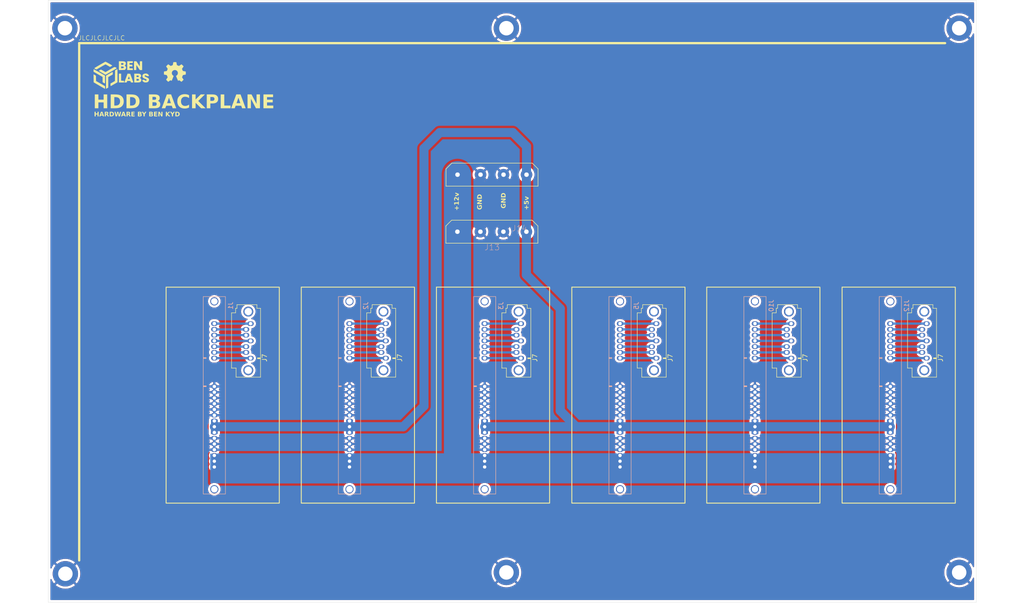
<source format=kicad_pcb>
(kicad_pcb (version 20241229) (generator "pcbnew") (generator_version "9.0")
  (layers (0 "F.Cu" signal) (2 "B.Cu" signal) (13 "F.Paste" user) (15 "B.Paste" user) (5 "F.SilkS" user "F.Silkscreen") (7 "B.SilkS" user "B.Silkscreen") (1 "F.Mask" user) (3 "B.Mask" user) (25 "Edge.Cuts" user))
  (net 0 "")
  (net 1 "GND")
  (net 2 "Net-(J1-A+)")
  (net 3 "Net-(J1-A-)")
  (net 4 "Net-(J1-B-)")
  (net 5 "Net-(J1-GND-Pad4)")
  (net 6 "+5V")
  (net 7 "+12V")
  (net 8 "Net-(J1-GND-Pad1)")
  (net 9 "Net-(J1-B+)")
  (net 10 "Net-(J1-GND-Pad7)")
  (footprint "MountingHole:MountingHole_3.2mm_M3_DIN965_Pad" (layer "F.Cu") (at 223.75 151.5)
    (property "Reference" "REF**" (hide yes))
    (property "Value" "MountingHole_3.2mm_M3_DIN965_Pad")
    (pad "1" thru_hole circle (at 0 0) (size 5.6 5.6) (drill 3.2) (layers "*.Cu" "*.Mask") (net 1 "GND"))
  )
  (footprint "sata:SATA_Data" (layer "F.Cu") (at 156.851141 96.557224 90)
    (property "Reference" "J7" (at -7.56 3.1 90) (layer "F.SilkS"))
    (property "Value" "SATA_DATA_7")
    (pad "" thru_hole circle (at -10.29 -0.5 90) (size 2.2 2.2) (drill 1.6) (layers "*.Cu" "*.Mask"))
    (pad "" thru_hole circle (at 2.67 -0.5 90) (size 2.2 2.2) (drill 1.6) (layers "*.Cu" "*.Mask"))
    (pad "1" thru_hole oval (at 0 0 90) (size 1 1.4) (drill 0.74) (layers "*.Cu" "*.Mask") (net 8 "Net-(J1-GND-Pad1)"))
    (pad "2" thru_hole oval (at -1.27 -1 90) (size 1 1.4) (drill 0.74) (layers "*.Cu" "*.Mask") (net 2 "Net-(J1-A+)"))
    (pad "3" thru_hole oval (at -2.54 -1 90) (size 1 1.4) (drill 0.74) (layers "*.Cu" "*.Mask") (net 3 "Net-(J1-A-)"))
    (pad "4" thru_hole oval (at -3.81 0 90) (size 1 1.4) (drill 0.74) (layers "*.Cu" "*.Mask") (net 5 "Net-(J1-GND-Pad4)"))
    (pad "5" thru_hole oval (at -5.08 -1 90) (size 1 1.4) (drill 0.74) (layers "*.Cu" "*.Mask") (net 4 "Net-(J1-B-)"))
    (pad "6" thru_hole oval (at -6.35 -1 90) (size 1 1.4) (drill 0.74) (layers "*.Cu" "*.Mask") (net 9 "Net-(J1-B+)"))
    (pad "7" thru_hole oval (at -7.62 0 90) (size 1 1.4) (drill 0.74) (layers "*.Cu" "*.Mask") (net 10 "Net-(J1-GND-Pad7)"))
  )
  (footprint "sata:SATA_Data" (layer "F.Cu") (at 186.651141 96.557224 90)
    (property "Reference" "J7" (at -7.56 3.1 90) (layer "F.SilkS"))
    (property "Value" "SATA_DATA_7")
    (pad "" thru_hole circle (at -10.29 -0.5 90) (size 2.2 2.2) (drill 1.6) (layers "*.Cu" "*.Mask"))
    (pad "" thru_hole circle (at 2.67 -0.5 90) (size 2.2 2.2) (drill 1.6) (layers "*.Cu" "*.Mask"))
    (pad "1" thru_hole oval (at 0 0 90) (size 1 1.4) (drill 0.74) (layers "*.Cu" "*.Mask") (net 8 "Net-(J1-GND-Pad1)"))
    (pad "2" thru_hole oval (at -1.27 -1 90) (size 1 1.4) (drill 0.74) (layers "*.Cu" "*.Mask") (net 2 "Net-(J1-A+)"))
    (pad "3" thru_hole oval (at -2.54 -1 90) (size 1 1.4) (drill 0.74) (layers "*.Cu" "*.Mask") (net 3 "Net-(J1-A-)"))
    (pad "4" thru_hole oval (at -3.81 0 90) (size 1 1.4) (drill 0.74) (layers "*.Cu" "*.Mask") (net 5 "Net-(J1-GND-Pad4)"))
    (pad "5" thru_hole oval (at -5.08 -1 90) (size 1 1.4) (drill 0.74) (layers "*.Cu" "*.Mask") (net 4 "Net-(J1-B-)"))
    (pad "6" thru_hole oval (at -6.35 -1 90) (size 1 1.4) (drill 0.74) (layers "*.Cu" "*.Mask") (net 9 "Net-(J1-B+)"))
    (pad "7" thru_hole oval (at -7.62 0 90) (size 1 1.4) (drill 0.74) (layers "*.Cu" "*.Mask") (net 10 "Net-(J1-GND-Pad7)"))
  )
  (footprint "ben-labs:open-hardware" (layer "F.Cu") (at 50.514018 40.997573)
    (property "Reference" "G***" (hide yes))
    (property "Value" "LOGO" (hide yes))
  )
  (footprint "MountingHole:MountingHole_3.2mm_M3_DIN965_Pad" (layer "F.Cu") (at 26.25 31.3)
    (property "Reference" "REF**" (hide yes))
    (property "Value" "MountingHole_3.2mm_M3_DIN965_Pad")
    (pad "1" thru_hole circle (at 0 0) (size 5.6 5.6) (drill 3.2) (layers "*.Cu" "*.Mask") (net 1 "GND"))
  )
  (footprint "MountingHole:MountingHole_3.2mm_M3_DIN965_Pad" (layer "F.Cu") (at 26.35 151.8)
    (property "Reference" "REF**" (hide yes))
    (property "Value" "MountingHole_3.2mm_M3_DIN965_Pad")
    (pad "1" thru_hole circle (at 0 0) (size 5.6 5.6) (drill 3.2) (layers "*.Cu" "*.Mask") (net 1 "GND"))
  )
  (footprint "sata:SATA_Data" (layer "F.Cu") (at 216.551141 96.557224 90)
    (property "Reference" "J7" (at -7.56 3.1 90) (layer "F.SilkS"))
    (property "Value" "SATA_DATA_7")
    (pad "" thru_hole circle (at -10.29 -0.5 90) (size 2.2 2.2) (drill 1.6) (layers "*.Cu" "*.Mask"))
    (pad "" thru_hole circle (at 2.67 -0.5 90) (size 2.2 2.2) (drill 1.6) (layers "*.Cu" "*.Mask"))
    (pad "1" thru_hole oval (at 0 0 90) (size 1 1.4) (drill 0.74) (layers "*.Cu" "*.Mask") (net 8 "Net-(J1-GND-Pad1)"))
    (pad "2" thru_hole oval (at -1.27 -1 90) (size 1 1.4) (drill 0.74) (layers "*.Cu" "*.Mask") (net 2 "Net-(J1-A+)"))
    (pad "3" thru_hole oval (at -2.54 -1 90) (size 1 1.4) (drill 0.74) (layers "*.Cu" "*.Mask") (net 3 "Net-(J1-A-)"))
    (pad "4" thru_hole oval (at -3.81 0 90) (size 1 1.4) (drill 0.74) (layers "*.Cu" "*.Mask") (net 5 "Net-(J1-GND-Pad4)"))
    (pad "5" thru_hole oval (at -5.08 -1 90) (size 1 1.4) (drill 0.74) (layers "*.Cu" "*.Mask") (net 4 "Net-(J1-B-)"))
    (pad "6" thru_hole oval (at -6.35 -1 90) (size 1 1.4) (drill 0.74) (layers "*.Cu" "*.Mask") (net 9 "Net-(J1-B+)"))
    (pad "7" thru_hole oval (at -7.62 0 90) (size 1 1.4) (drill 0.74) (layers "*.Cu" "*.Mask") (net 10 "Net-(J1-GND-Pad7)"))
  )
  (footprint "sata:SATA_Data" (layer "F.Cu") (at 126.951141 96.557224 90)
    (property "Reference" "J7" (at -7.56 3.1 90) (layer "F.SilkS"))
    (property "Value" "SATA_DATA_7")
    (pad "" thru_hole circle (at -10.29 -0.5 90) (size 2.2 2.2) (drill 1.6) (layers "*.Cu" "*.Mask"))
    (pad "" thru_hole circle (at 2.67 -0.5 90) (size 2.2 2.2) (drill 1.6) (layers "*.Cu" "*.Mask"))
    (pad "1" thru_hole oval (at 0 0 90) (size 1 1.4) (drill 0.74) (layers "*.Cu" "*.Mask") (net 8 "Net-(J1-GND-Pad1)"))
    (pad "2" thru_hole oval (at -1.27 -1 90) (size 1 1.4) (drill 0.74) (layers "*.Cu" "*.Mask") (net 2 "Net-(J1-A+)"))
    (pad "3" thru_hole oval (at -2.54 -1 90) (size 1 1.4) (drill 0.74) (layers "*.Cu" "*.Mask") (net 3 "Net-(J1-A-)"))
    (pad "4" thru_hole oval (at -3.81 0 90) (size 1 1.4) (drill 0.74) (layers "*.Cu" "*.Mask") (net 5 "Net-(J1-GND-Pad4)"))
    (pad "5" thru_hole oval (at -5.08 -1 90) (size 1 1.4) (drill 0.74) (layers "*.Cu" "*.Mask") (net 4 "Net-(J1-B-)"))
    (pad "6" thru_hole oval (at -6.35 -1 90) (size 1 1.4) (drill 0.74) (layers "*.Cu" "*.Mask") (net 9 "Net-(J1-B+)"))
    (pad "7" thru_hole oval (at -7.62 0 90) (size 1 1.4) (drill 0.74) (layers "*.Cu" "*.Mask") (net 10 "Net-(J1-GND-Pad7)"))
  )
  (footprint "MountingHole:MountingHole_3.2mm_M3_DIN965_Pad" (layer "F.Cu") (at 123.75 31.3)
    (property "Reference" "REF**" (hide yes))
    (property "Value" "MountingHole_3.2mm_M3_DIN965_Pad")
    (pad "1" thru_hole circle (at 0 0) (size 5.6 5.6) (drill 3.2) (layers "*.Cu" "*.Mask") (net 1 "GND"))
  )
  (footprint "sata:SATA_Data" (layer "F.Cu") (at 67.25 96.56 90)
    (property "Reference" "J7" (at -7.56 3.1 90) (layer "F.SilkS"))
    (property "Value" "SATA_DATA_7")
    (pad "" thru_hole circle (at -10.29 -0.5 90) (size 2.2 2.2) (drill 1.6) (layers "*.Cu" "*.Mask"))
    (pad "" thru_hole circle (at 2.67 -0.5 90) (size 2.2 2.2) (drill 1.6) (layers "*.Cu" "*.Mask"))
    (pad "1" thru_hole oval (at 0 0 90) (size 1 1.4) (drill 0.74) (layers "*.Cu" "*.Mask") (net 8 "Net-(J1-GND-Pad1)"))
    (pad "2" thru_hole oval (at -1.27 -1 90) (size 1 1.4) (drill 0.74) (layers "*.Cu" "*.Mask") (net 2 "Net-(J1-A+)"))
    (pad "3" thru_hole oval (at -2.54 -1 90) (size 1 1.4) (drill 0.74) (layers "*.Cu" "*.Mask") (net 3 "Net-(J1-A-)"))
    (pad "4" thru_hole oval (at -3.81 0 90) (size 1 1.4) (drill 0.74) (layers "*.Cu" "*.Mask") (net 5 "Net-(J1-GND-Pad4)"))
    (pad "5" thru_hole oval (at -5.08 -1 90) (size 1 1.4) (drill 0.74) (layers "*.Cu" "*.Mask") (net 4 "Net-(J1-B-)"))
    (pad "6" thru_hole oval (at -6.35 -1 90) (size 1 1.4) (drill 0.74) (layers "*.Cu" "*.Mask") (net 9 "Net-(J1-B+)"))
    (pad "7" thru_hole oval (at -7.62 0 90) (size 1 1.4) (drill 0.74) (layers "*.Cu" "*.Mask") (net 10 "Net-(J1-GND-Pad7)"))
  )
  (footprint "MountingHole:MountingHole_3.2mm_M3_DIN965_Pad" (layer "F.Cu") (at 223.75 31.3)
    (property "Reference" "REF**" (hide yes))
    (property "Value" "MountingHole_3.2mm_M3_DIN965_Pad")
    (pad "1" thru_hole circle (at 0 0) (size 5.6 5.6) (drill 3.2) (layers "*.Cu" "*.Mask") (net 1 "GND"))
  )
  (footprint "xess:xess-MOLEX-8981-04P" (layer "F.Cu") (at 120.58 63.65 180)
    (property "Reference" "J14" (at -6.07314 -11.85418 0) (layer "B.SilkS") (effects (font (size 1.27 1.27) (thickness 0.0889))))
    (property "Value" "Conn_01x04_Pin" (hide yes))
    (pad "1" thru_hole circle (at -7.62 0 180) (size 2.54 2.54) (drill 0.9906) (layers "*.Cu" "*.Mask") (net 6 "+5V"))
    (pad "2" thru_hole circle (at -2.54 0 180) (size 2.54 2.54) (drill 0.9906) (layers "*.Cu" "*.Mask") (net 1 "GND"))
    (pad "3" thru_hole circle (at 2.54 0 180) (size 2.54 2.54) (drill 0.9906) (layers "*.Cu" "*.Mask") (net 1 "GND"))
    (pad "4" thru_hole circle (at 7.62 0 180) (size 2.54 2.54) (drill 0.9906) (layers "*.Cu" "*.Mask") (net 7 "+12V"))
  )
  (footprint "MountingHole:MountingHole_3.2mm_M3_DIN965_Pad" (layer "F.Cu") (at 123.75 151.5)
    (property "Reference" "REF**" (hide yes))
    (property "Value" "MountingHole_3.2mm_M3_DIN965_Pad")
    (pad "1" thru_hole circle (at 0 0) (size 5.6 5.6) (drill 3.2) (layers "*.Cu" "*.Mask") (net 1 "GND"))
  )
  (footprint "sata:SATA_Data" (layer "F.Cu") (at 97.101141 96.557224 90)
    (property "Reference" "J7" (at -7.56 3.1 90) (layer "F.SilkS"))
    (property "Value" "SATA_DATA_7")
    (pad "" thru_hole circle (at -10.29 -0.5 90) (size 2.2 2.2) (drill 1.6) (layers "*.Cu" "*.Mask"))
    (pad "" thru_hole circle (at 2.67 -0.5 90) (size 2.2 2.2) (drill 1.6) (layers "*.Cu" "*.Mask"))
    (pad "1" thru_hole oval (at 0 0 90) (size 1 1.4) (drill 0.74) (layers "*.Cu" "*.Mask") (net 8 "Net-(J1-GND-Pad1)"))
    (pad "2" thru_hole oval (at -1.27 -1 90) (size 1 1.4) (drill 0.74) (layers "*.Cu" "*.Mask") (net 2 "Net-(J1-A+)"))
    (pad "3" thru_hole oval (at -2.54 -1 90) (size 1 1.4) (drill 0.74) (layers "*.Cu" "*.Mask") (net 3 "Net-(J1-A-)"))
    (pad "4" thru_hole oval (at -3.81 0 90) (size 1 1.4) (drill 0.74) (layers "*.Cu" "*.Mask") (net 5 "Net-(J1-GND-Pad4)"))
    (pad "5" thru_hole oval (at -5.08 -1 90) (size 1 1.4) (drill 0.74) (layers "*.Cu" "*.Mask") (net 4 "Net-(J1-B-)"))
    (pad "6" thru_hole oval (at -6.35 -1 90) (size 1 1.4) (drill 0.74) (layers "*.Cu" "*.Mask") (net 9 "Net-(J1-B+)"))
    (pad "7" thru_hole oval (at -7.62 0 90) (size 1 1.4) (drill 0.74) (layers "*.Cu" "*.Mask") (net 10 "Net-(J1-GND-Pad7)"))
  )
  (footprint "ben-labs:ben-labs" (layer "F.Cu") (at 38.464018 41.297573)
    (property "Reference" "G***" (hide yes))
    (property "Value" "LOGO" (hide yes))
  )
  (footprint "xess:xess-MOLEX-8981-04P" (layer "F.Cu") (at 120.55 76.25 180)
    (property "Reference" "J13" (at -0.05 -3.45 0) (layer "B.SilkS") (effects (font (size 1.27 1.27) (thickness 0.0889))))
    (property "Value" "Conn_01x04_Pin" (hide yes))
    (pad "1" thru_hole circle (at -7.62 0 180) (size 2.54 2.54) (drill 0.9906) (layers "*.Cu" "*.Mask") (net 6 "+5V"))
    (pad "2" thru_hole circle (at -2.54 0 180) (size 2.54 2.54) (drill 0.9906) (layers "*.Cu" "*.Mask") (net 1 "GND"))
    (pad "3" thru_hole circle (at 2.54 0 180) (size 2.54 2.54) (drill 0.9906) (layers "*.Cu" "*.Mask") (net 1 "GND"))
    (pad "4" thru_hole circle (at 7.62 0 180) (size 2.54 2.54) (drill 0.9906) (layers "*.Cu" "*.Mask") (net 7 "+12V"))
  )
  (footprint "sata:SATA_Combined" (layer "B.Cu") (at 148.851141 96.547224 -90)
    (property "Reference" "J5" (at -3.96 -3.6 90) (layer "B.SilkS") (effects (justify mirror)))
    (property "Value" "SATA_COMBINED_22")
    (pad "" thru_hole circle (at -4.92 0 90) (size 1.8 1.8) (drill 1.4) (layers "*.Cu" "*.Mask"))
    (pad "" thru_hole circle (at 36.58 0 90) (size 1.8 1.8) (drill 1.4) (layers "*.Cu" "*.Mask"))
    (pad "1" thru_hole oval (at 0 0 90) (size 1 1.4) (drill 0.74) (layers "*.Cu" "*.Mask") (net 8 "Net-(J1-GND-Pad1)"))
    (pad "2" thru_hole oval (at 1.27 0 90) (size 1 1.4) (drill 0.74) (layers "*.Cu" "*.Mask") (net 2 "Net-(J1-A+)"))
    (pad "3" thru_hole oval (at 2.54 0 90) (size 1 1.4) (drill 0.74) (layers "*.Cu" "*.Mask") (net 3 "Net-(J1-A-)"))
    (pad "4" thru_hole oval (at 3.81 0 90) (size 1 1.4) (drill 0.74) (layers "*.Cu" "*.Mask") (net 5 "Net-(J1-GND-Pad4)"))
    (pad "5" thru_hole oval (at 5.08 0 90) (size 1 1.4) (drill 0.74) (layers "*.Cu" "*.Mask") (net 4 "Net-(J1-B-)"))
    (pad "6" thru_hole oval (at 6.35 0 90) (size 1 1.4) (drill 0.74) (layers "*.Cu" "*.Mask") (net 9 "Net-(J1-B+)"))
    (pad "7" thru_hole oval (at 7.62 0 90) (size 1 1.4) (drill 0.74) (layers "*.Cu" "*.Mask") (net 10 "Net-(J1-GND-Pad7)"))
    (pad "8" thru_hole oval (at 13.88 0 90) (size 1 1.4) (drill 0.74) (layers "*.Cu" "*.Mask") (net 1 "GND"))
    (pad "9" thru_hole oval (at 15.15 0 90) (size 1 1.4) (drill 0.74) (layers "*.Cu" "*.Mask") (net 1 "GND"))
    (pad "10" thru_hole oval (at 16.42 0 90) (size 1 1.4) (drill 0.74) (layers "*.Cu" "*.Mask") (net 1 "GND"))
    (pad "11" thru_hole oval (at 17.69 0 90) (size 1 1.4) (drill 0.74) (layers "*.Cu" "*.Mask") (net 1 "GND"))
    (pad "12" thru_hole oval (at 18.96 0 90) (size 1 1.4) (drill 0.74) (layers "*.Cu" "*.Mask") (net 1 "GND"))
    (pad "13" thru_hole oval (at 20.23 0 90) (size 1 1.4) (drill 0.74) (layers "*.Cu" "*.Mask") (net 1 "GND"))
    (pad "14" thru_hole oval (at 21.5 0 90) (size 1 1.4) (drill 0.74) (layers "*.Cu" "*.Mask") (net 6 "+5V"))
    (pad "15" thru_hole oval (at 22.77 0 90) (size 1 1.4) (drill 0.74) (layers "*.Cu" "*.Mask") (net 6 "+5V"))
    (pad "16" thru_hole oval (at 24.04 0 90) (size 1 1.4) (drill 0.74) (layers "*.Cu" "*.Mask") (net 6 "+5V"))
    (pad "17" thru_hole oval (at 25.31 0 90) (size 1 1.4) (drill 0.74) (layers "*.Cu" "*.Mask") (net 1 "GND"))
    (pad "18" thru_hole oval (at 26.58 0 90) (size 1 1.4) (drill 0.74) (layers "*.Cu" "*.Mask") (net 1 "GND"))
    (pad "19" thru_hole oval (at 27.85 0 90) (size 1 1.4) (drill 0.74) (layers "*.Cu" "*.Mask") (net 1 "GND"))
    (pad "20" thru_hole oval (at 29.12 0 90) (size 1 1.4) (drill 0.74) (layers "*.Cu" "*.Mask") (net 7 "+12V"))
    (pad "21" thru_hole oval (at 30.39 0 90) (size 1 1.4) (drill 0.74) (layers "*.Cu" "*.Mask") (net 7 "+12V"))
    (pad "22" thru_hole oval (at 31.66 0 90) (size 1 1.4) (drill 0.74) (layers "*.Cu" "*.Mask") (net 7 "+12V"))
  )
  (footprint "sata:SATA_Combined" (layer "B.Cu") (at 59.25 96.55 -90)
    (property "Reference" "J1" (at -3.96 -3.6 90) (layer "B.SilkS") (effects (justify mirror)))
    (property "Value" "SATA_COMBINED_22")
    (pad "" thru_hole circle (at -4.92 0 90) (size 1.8 1.8) (drill 1.4) (layers "*.Cu" "*.Mask"))
    (pad "" thru_hole circle (at 36.58 0 90) (size 1.8 1.8) (drill 1.4) (layers "*.Cu" "*.Mask"))
    (pad "1" thru_hole oval (at 0 0 90) (size 1 1.4) (drill 0.74) (layers "*.Cu" "*.Mask") (net 8 "Net-(J1-GND-Pad1)"))
    (pad "2" thru_hole oval (at 1.27 0 90) (size 1 1.4) (drill 0.74) (layers "*.Cu" "*.Mask") (net 2 "Net-(J1-A+)"))
    (pad "3" thru_hole oval (at 2.54 0 90) (size 1 1.4) (drill 0.74) (layers "*.Cu" "*.Mask") (net 3 "Net-(J1-A-)"))
    (pad "4" thru_hole oval (at 3.81 0 90) (size 1 1.4) (drill 0.74) (layers "*.Cu" "*.Mask") (net 5 "Net-(J1-GND-Pad4)"))
    (pad "5" thru_hole oval (at 5.08 0 90) (size 1 1.4) (drill 0.74) (layers "*.Cu" "*.Mask") (net 4 "Net-(J1-B-)"))
    (pad "6" thru_hole oval (at 6.35 0 90) (size 1 1.4) (drill 0.74) (layers "*.Cu" "*.Mask") (net 9 "Net-(J1-B+)"))
    (pad "7" thru_hole oval (at 7.62 0 90) (size 1 1.4) (drill 0.74) (layers "*.Cu" "*.Mask") (net 10 "Net-(J1-GND-Pad7)"))
    (pad "8" thru_hole oval (at 13.88 0 90) (size 1 1.4) (drill 0.74) (layers "*.Cu" "*.Mask") (net 1 "GND"))
    (pad "9" thru_hole oval (at 15.15 0 90) (size 1 1.4) (drill 0.74) (layers "*.Cu" "*.Mask") (net 1 "GND"))
    (pad "10" thru_hole oval (at 16.42 0 90) (size 1 1.4) (drill 0.74) (layers "*.Cu" "*.Mask") (net 1 "GND"))
    (pad "11" thru_hole oval (at 17.69 0 90) (size 1 1.4) (drill 0.74) (layers "*.Cu" "*.Mask") (net 1 "GND"))
    (pad "12" thru_hole oval (at 18.96 0 90) (size 1 1.4) (drill 0.74) (layers "*.Cu" "*.Mask") (net 1 "GND"))
    (pad "13" thru_hole oval (at 20.23 0 90) (size 1 1.4) (drill 0.74) (layers "*.Cu" "*.Mask") (net 1 "GND"))
    (pad "14" thru_hole oval (at 21.5 0 90) (size 1 1.4) (drill 0.74) (layers "*.Cu" "*.Mask") (net 6 "+5V"))
    (pad "15" thru_hole oval (at 22.77 0 90) (size 1 1.4) (drill 0.74) (layers "*.Cu" "*.Mask") (net 6 "+5V"))
    (pad "16" thru_hole oval (at 24.04 0 90) (size 1 1.4) (drill 0.74) (layers "*.Cu" "*.Mask") (net 6 "+5V"))
    (pad "17" thru_hole oval (at 25.31 0 90) (size 1 1.4) (drill 0.74) (layers "*.Cu" "*.Mask") (net 1 "GND"))
    (pad "18" thru_hole oval (at 26.58 0 90) (size 1 1.4) (drill 0.74) (layers "*.Cu" "*.Mask") (net 1 "GND"))
    (pad "19" thru_hole oval (at 27.85 0 90) (size 1 1.4) (drill 0.74) (layers "*.Cu" "*.Mask") (net 1 "GND"))
    (pad "20" thru_hole oval (at 29.12 0 90) (size 1 1.4) (drill 0.74) (layers "*.Cu" "*.Mask") (net 7 "+12V"))
    (pad "21" thru_hole oval (at 30.39 0 90) (size 1 1.4) (drill 0.74) (layers "*.Cu" "*.Mask") (net 7 "+12V"))
    (pad "22" thru_hole oval (at 31.66 0 90) (size 1 1.4) (drill 0.74) (layers "*.Cu" "*.Mask") (net 7 "+12V"))
  )
  (footprint "sata:SATA_Combined" (layer "B.Cu") (at 118.951141 96.547224 -90)
    (property "Reference" "J3" (at -3.96 -3.6 90) (layer "B.SilkS") (effects (justify mirror)))
    (property "Value" "SATA_COMBINED_22")
    (pad "" thru_hole circle (at -4.92 0 90) (size 1.8 1.8) (drill 1.4) (layers "*.Cu" "*.Mask"))
    (pad "" thru_hole circle (at 36.58 0 90) (size 1.8 1.8) (drill 1.4) (layers "*.Cu" "*.Mask"))
    (pad "1" thru_hole oval (at 0 0 90) (size 1 1.4) (drill 0.74) (layers "*.Cu" "*.Mask") (net 8 "Net-(J1-GND-Pad1)"))
    (pad "2" thru_hole oval (at 1.27 0 90) (size 1 1.4) (drill 0.74) (layers "*.Cu" "*.Mask") (net 2 "Net-(J1-A+)"))
    (pad "3" thru_hole oval (at 2.54 0 90) (size 1 1.4) (drill 0.74) (layers "*.Cu" "*.Mask") (net 3 "Net-(J1-A-)"))
    (pad "4" thru_hole oval (at 3.81 0 90) (size 1 1.4) (drill 0.74) (layers "*.Cu" "*.Mask") (net 5 "Net-(J1-GND-Pad4)"))
    (pad "5" thru_hole oval (at 5.08 0 90) (size 1 1.4) (drill 0.74) (layers "*.Cu" "*.Mask") (net 4 "Net-(J1-B-)"))
    (pad "6" thru_hole oval (at 6.35 0 90) (size 1 1.4) (drill 0.74) (layers "*.Cu" "*.Mask") (net 9 "Net-(J1-B+)"))
    (pad "7" thru_hole oval (at 7.62 0 90) (size 1 1.4) (drill 0.74) (layers "*.Cu" "*.Mask") (net 10 "Net-(J1-GND-Pad7)"))
    (pad "8" thru_hole oval (at 13.88 0 90) (size 1 1.4) (drill 0.74) (layers "*.Cu" "*.Mask") (net 1 "GND"))
    (pad "9" thru_hole oval (at 15.15 0 90) (size 1 1.4) (drill 0.74) (layers "*.Cu" "*.Mask") (net 1 "GND"))
    (pad "10" thru_hole oval (at 16.42 0 90) (size 1 1.4) (drill 0.74) (layers "*.Cu" "*.Mask") (net 1 "GND"))
    (pad "11" thru_hole oval (at 17.69 0 90) (size 1 1.4) (drill 0.74) (layers "*.Cu" "*.Mask") (net 1 "GND"))
    (pad "12" thru_hole oval (at 18.96 0 90) (size 1 1.4) (drill 0.74) (layers "*.Cu" "*.Mask") (net 1 "GND"))
    (pad "13" thru_hole oval (at 20.23 0 90) (size 1 1.4) (drill 0.74) (layers "*.Cu" "*.Mask") (net 1 "GND"))
    (pad "14" thru_hole oval (at 21.5 0 90) (size 1 1.4) (drill 0.74) (layers "*.Cu" "*.Mask") (net 6 "+5V"))
    (pad "15" thru_hole oval (at 22.77 0 90) (size 1 1.4) (drill 0.74) (layers "*.Cu" "*.Mask") (net 6 "+5V"))
    (pad "16" thru_hole oval (at 24.04 0 90) (size 1 1.4) (drill 0.74) (layers "*.Cu" "*.Mask") (net 6 "+5V"))
    (pad "17" thru_hole oval (at 25.31 0 90) (size 1 1.4) (drill 0.74) (layers "*.Cu" "*.Mask") (net 1 "GND"))
    (pad "18" thru_hole oval (at 26.58 0 90) (size 1 1.4) (drill 0.74) (layers "*.Cu" "*.Mask") (net 1 "GND"))
    (pad "19" thru_hole oval (at 27.85 0 90) (size 1 1.4) (drill 0.74) (layers "*.Cu" "*.Mask") (net 1 "GND"))
    (pad "20" thru_hole oval (at 29.12 0 90) (size 1 1.4) (drill 0.74) (layers "*.Cu" "*.Mask") (net 7 "+12V"))
    (pad "21" thru_hole oval (at 30.39 0 90) (size 1 1.4) (drill 0.74) (layers "*.Cu" "*.Mask") (net 7 "+12V"))
    (pad "22" thru_hole oval (at 31.66 0 90) (size 1 1.4) (drill 0.74) (layers "*.Cu" "*.Mask") (net 7 "+12V"))
  )
  (footprint "sata:SATA_Combined" (layer "B.Cu") (at 178.651141 96.547224 -90)
    (property "Reference" "J10" (at -3.96 -3.6 90) (layer "B.SilkS") (effects (justify mirror)))
    (property "Value" "SATA_COMBINED_22")
    (pad "" thru_hole circle (at -4.92 0 90) (size 1.8 1.8) (drill 1.4) (layers "*.Cu" "*.Mask"))
    (pad "" thru_hole circle (at 36.58 0 90) (size 1.8 1.8) (drill 1.4) (layers "*.Cu" "*.Mask"))
    (pad "1" thru_hole oval (at 0 0 90) (size 1 1.4) (drill 0.74) (layers "*.Cu" "*.Mask") (net 8 "Net-(J1-GND-Pad1)"))
    (pad "2" thru_hole oval (at 1.27 0 90) (size 1 1.4) (drill 0.74) (layers "*.Cu" "*.Mask") (net 2 "Net-(J1-A+)"))
    (pad "3" thru_hole oval (at 2.54 0 90) (size 1 1.4) (drill 0.74) (layers "*.Cu" "*.Mask") (net 3 "Net-(J1-A-)"))
    (pad "4" thru_hole oval (at 3.81 0 90) (size 1 1.4) (drill 0.74) (layers "*.Cu" "*.Mask") (net 5 "Net-(J1-GND-Pad4)"))
    (pad "5" thru_hole oval (at 5.08 0 90) (size 1 1.4) (drill 0.74) (layers "*.Cu" "*.Mask") (net 4 "Net-(J1-B-)"))
    (pad "6" thru_hole oval (at 6.35 0 90) (size 1 1.4) (drill 0.74) (layers "*.Cu" "*.Mask") (net 9 "Net-(J1-B+)"))
    (pad "7" thru_hole oval (at 7.62 0 90) (size 1 1.4) (drill 0.74) (layers "*.Cu" "*.Mask") (net 10 "Net-(J1-GND-Pad7)"))
    (pad "8" thru_hole oval (at 13.88 0 90) (size 1 1.4) (drill 0.74) (layers "*.Cu" "*.Mask") (net 1 "GND"))
    (pad "9" thru_hole oval (at 15.15 0 90) (size 1 1.4) (drill 0.74) (layers "*.Cu" "*.Mask") (net 1 "GND"))
    (pad "10" thru_hole oval (at 16.42 0 90) (size 1 1.4) (drill 0.74) (layers "*.Cu" "*.Mask") (net 1 "GND"))
    (pad "11" thru_hole oval (at 17.69 0 90) (size 1 1.4) (drill 0.74) (layers "*.Cu" "*.Mask") (net 1 "GND"))
    (pad "12" thru_hole oval (at 18.96 0 90) (size 1 1.4) (drill 0.74) (layers "*.Cu" "*.Mask") (net 1 "GND"))
    (pad "13" thru_hole oval (at 20.23 0 90) (size 1 1.4) (drill 0.74) (layers "*.Cu" "*.Mask") (net 1 "GND"))
    (pad "14" thru_hole oval (at 21.5 0 90) (size 1 1.4) (drill 0.74) (layers "*.Cu" "*.Mask") (net 6 "+5V"))
    (pad "15" thru_hole oval (at 22.77 0 90) (size 1 1.4) (drill 0.74) (layers "*.Cu" "*.Mask") (net 6 "+5V"))
    (pad "16" thru_hole oval (at 24.04 0 90) (size 1 1.4) (drill 0.74) (layers "*.Cu" "*.Mask") (net 6 "+5V"))
    (pad "17" thru_hole oval (at 25.31 0 90) (size 1 1.4) (drill 0.74) (layers "*.Cu" "*.Mask") (net 1 "GND"))
    (pad "18" thru_hole oval (at 26.58 0 90) (size 1 1.4) (drill 0.74) (layers "*.Cu" "*.Mask") (net 1 "GND"))
    (pad "19" thru_hole oval (at 27.85 0 90) (size 1 1.4) (drill 0.74) (layers "*.Cu" "*.Mask") (net 1 "GND"))
    (pad "20" thru_hole oval (at 29.12 0 90) (size 1 1.4) (drill 0.74) (layers "*.Cu" "*.Mask") (net 7 "+12V"))
    (pad "21" thru_hole oval (at 30.39 0 90) (size 1 1.4) (drill 0.74) (layers "*.Cu" "*.Mask") (net 7 "+12V"))
    (pad "22" thru_hole oval (at 31.66 0 90) (size 1 1.4) (drill 0.74) (layers "*.Cu" "*.Mask") (net 7 "+12V"))
  )
  (footprint "sata:SATA_Combined" (layer "B.Cu") (at 208.551141 96.547224 -90)
    (property "Reference" "J12" (at -3.96 -3.6 90) (layer "B.SilkS") (effects (justify mirror)))
    (property "Value" "SATA_COMBINED_22")
    (pad "" thru_hole circle (at -4.92 0 90) (size 1.8 1.8) (drill 1.4) (layers "*.Cu" "*.Mask"))
    (pad "" thru_hole circle (at 36.58 0 90) (size 1.8 1.8) (drill 1.4) (layers "*.Cu" "*.Mask"))
    (pad "1" thru_hole oval (at 0 0 90) (size 1 1.4) (drill 0.74) (layers "*.Cu" "*.Mask") (net 8 "Net-(J1-GND-Pad1)"))
    (pad "2" thru_hole oval (at 1.27 0 90) (size 1 1.4) (drill 0.74) (layers "*.Cu" "*.Mask") (net 2 "Net-(J1-A+)"))
    (pad "3" thru_hole oval (at 2.54 0 90) (size 1 1.4) (drill 0.74) (layers "*.Cu" "*.Mask") (net 3 "Net-(J1-A-)"))
    (pad "4" thru_hole oval (at 3.81 0 90) (size 1 1.4) (drill 0.74) (layers "*.Cu" "*.Mask") (net 5 "Net-(J1-GND-Pad4)"))
    (pad "5" thru_hole oval (at 5.08 0 90) (size 1 1.4) (drill 0.74) (layers "*.Cu" "*.Mask") (net 4 "Net-(J1-B-)"))
    (pad "6" thru_hole oval (at 6.35 0 90) (size 1 1.4) (drill 0.74) (layers "*.Cu" "*.Mask") (net 9 "Net-(J1-B+)"))
    (pad "7" thru_hole oval (at 7.62 0 90) (size 1 1.4) (drill 0.74) (layers "*.Cu" "*.Mask") (net 10 "Net-(J1-GND-Pad7)"))
    (pad "8" thru_hole oval (at 13.88 0 90) (size 1 1.4) (drill 0.74) (layers "*.Cu" "*.Mask") (net 1 "GND"))
    (pad "9" thru_hole oval (at 15.15 0 90) (size 1 1.4) (drill 0.74) (layers "*.Cu" "*.Mask") (net 1 "GND"))
    (pad "10" thru_hole oval (at 16.42 0 90) (size 1 1.4) (drill 0.74) (layers "*.Cu" "*.Mask") (net 1 "GND"))
    (pad "11" thru_hole oval (at 17.69 0 90) (size 1 1.4) (drill 0.74) (layers "*.Cu" "*.Mask") (net 1 "GND"))
    (pad "12" thru_hole oval (at 18.96 0 90) (size 1 1.4) (drill 0.74) (layers "*.Cu" "*.Mask") (net 1 "GND"))
    (pad "13" thru_hole oval (at 20.23 0 90) (size 1 1.4) (drill 0.74) (layers "*.Cu" "*.Mask") (net 1 "GND"))
    (pad "14" thru_hole oval (at 21.5 0 90) (size 1 1.4) (drill 0.74) (layers "*.Cu" "*.Mask") (net 6 "+5V"))
    (pad "15" thru_hole oval (at 22.77 0 90) (size 1 1.4) (drill 0.74) (layers "*.Cu" "*.Mask") (net 6 "+5V"))
    (pad "16" thru_hole oval (at 24.04 0 90) (size 1 1.4) (drill 0.74) (layers "*.Cu" "*.Mask") (net 6 "+5V"))
    (pad "17" thru_hole oval (at 25.31 0 90) (size 1 1.4) (drill 0.74) (layers "*.Cu" "*.Mask") (net 1 "GND"))
    (pad "18" thru_hole oval (at 26.58 0 90) (size 1 1.4) (drill 0.74) (layers "*.Cu" "*.Mask") (net 1 "GND"))
    (pad "19" thru_hole oval (at 27.85 0 90) (size 1 1.4) (drill 0.74) (layers "*.Cu" "*.Mask") (net 1 "GND"))
    (pad "20" thru_hole oval (at 29.12 0 90) (size 1 1.4) (drill 0.74) (layers "*.Cu" "*.Mask") (net 7 "+12V"))
    (pad "21" thru_hole oval (at 30.39 0 90) (size 1 1.4) (drill 0.74) (layers "*.Cu" "*.Mask") (net 7 "+12V"))
    (pad "22" thru_hole oval (at 31.66 0 90) (size 1 1.4) (drill 0.74) (layers "*.Cu" "*.Mask") (net 7 "+12V"))
  )
  (footprint "sata:SATA_Combined" (layer "B.Cu") (at 89.101141 96.547224 -90)
    (property "Reference" "J2" (at -3.96 -3.6 90) (layer "B.SilkS") (effects (justify mirror)))
    (property "Value" "SATA_COMBINED_22")
    (pad "" thru_hole circle (at -4.92 0 90) (size 1.8 1.8) (drill 1.4) (layers "*.Cu" "*.Mask"))
    (pad "" thru_hole circle (at 36.58 0 90) (size 1.8 1.8) (drill 1.4) (layers "*.Cu" "*.Mask"))
    (pad "1" thru_hole oval (at 0 0 90) (size 1 1.4) (drill 0.74) (layers "*.Cu" "*.Mask") (net 8 "Net-(J1-GND-Pad1)"))
    (pad "2" thru_hole oval (at 1.27 0 90) (size 1 1.4) (drill 0.74) (layers "*.Cu" "*.Mask") (net 2 "Net-(J1-A+)"))
    (pad "3" thru_hole oval (at 2.54 0 90) (size 1 1.4) (drill 0.74) (layers "*.Cu" "*.Mask") (net 3 "Net-(J1-A-)"))
    (pad "4" thru_hole oval (at 3.81 0 90) (size 1 1.4) (drill 0.74) (layers "*.Cu" "*.Mask") (net 5 "Net-(J1-GND-Pad4)"))
    (pad "5" thru_hole oval (at 5.08 0 90) (size 1 1.4) (drill 0.74) (layers "*.Cu" "*.Mask") (net 4 "Net-(J1-B-)"))
    (pad "6" thru_hole oval (at 6.35 0 90) (size 1 1.4) (drill 0.74) (layers "*.Cu" "*.Mask") (net 9 "Net-(J1-B+)"))
    (pad "7" thru_hole oval (at 7.62 0 90) (size 1 1.4) (drill 0.74) (layers "*.Cu" "*.Mask") (net 10 "Net-(J1-GND-Pad7)"))
    (pad "8" thru_hole oval (at 13.88 0 90) (size 1 1.4) (drill 0.74) (layers "*.Cu" "*.Mask") (net 1 "GND"))
    (pad "9" thru_hole oval (at 15.15 0 90) (size 1 1.4) (drill 0.74) (layers "*.Cu" "*.Mask") (net 1 "GND"))
    (pad "10" thru_hole oval (at 16.42 0 90) (size 1 1.4) (drill 0.74) (layers "*.Cu" "*.Mask") (net 1 "GND"))
    (pad "11" thru_hole oval (at 17.69 0 90) (size 1 1.4) (drill 0.74) (layers "*.Cu" "*.Mask") (net 1 "GND"))
    (pad "12" thru_hole oval (at 18.96 0 90) (size 1 1.4) (drill 0.74) (layers "*.Cu" "*.Mask") (net 1 "GND"))
    (pad "13" thru_hole oval (at 20.23 0 90) (size 1 1.4) (drill 0.74) (layers "*.Cu" "*.Mask") (net 1 "GND"))
    (pad "14" thru_hole oval (at 21.5 0 90) (size 1 1.4) (drill 0.74) (layers "*.Cu" "*.Mask") (net 6 "+5V"))
    (pad "15" thru_hole oval (at 22.77 0 90) (size 1 1.4) (drill 0.74) (layers "*.Cu" "*.Mask") (net 6 "+5V"))
    (pad "16" thru_hole oval (at 24.04 0 90) (size 1 1.4) (drill 0.74) (layers "*.Cu" "*.Mask") (net 6 "+5V"))
    (pad "17" thru_hole oval (at 25.31 0 90) (size 1 1.4) (drill 0.74) (layers "*.Cu" "*.Mask") (net 1 "GND"))
    (pad "18" thru_hole oval (at 26.58 0 90) (size 1 1.4) (drill 0.74) (layers "*.Cu" "*.Mask") (net 1 "GND"))
    (pad "19" thru_hole oval (at 27.85 0 90) (size 1 1.4) (drill 0.74) (layers "*.Cu" "*.Mask") (net 1 "GND"))
    (pad "20" thru_hole oval (at 29.12 0 90) (size 1 1.4) (drill 0.74) (layers "*.Cu" "*.Mask") (net 7 "+12V"))
    (pad "21" thru_hole oval (at 30.39 0 90) (size 1 1.4) (drill 0.74) (layers "*.Cu" "*.Mask") (net 7 "+12V"))
    (pad "22" thru_hole oval (at 31.66 0 90) (size 1 1.4) (drill 0.74) (layers "*.Cu" "*.Mask") (net 7 "+12V"))
  )
  (gr_rect (start 78.451141 88.497224) (end 103.451141 136.197224) (stroke (width 0.2)) (fill no) (layer "F.SilkS"))
  (gr_rect (start 168.001141 88.497224) (end 193.001141 136.197224) (stroke (width 0.2)) (fill no) (layer "F.SilkS"))
  (gr_rect (start 108.301141 88.497224) (end 133.301141 136.197224) (stroke (width 0.2)) (fill no) (layer "F.SilkS"))
  (gr_line (start 29.4 34.6) (end 29.4 148.85) (stroke (width 0.5)) (layer "F.SilkS"))
  (gr_rect (start 48.6 88.5) (end 73.6 136.2) (stroke (width 0.2)) (fill no) (layer "F.SilkS"))
  (gr_line (start 29.4 34.6) (end 220.65 34.6) (stroke (width 0.5)) (layer "F.SilkS"))
  (gr_rect (start 138.201141 88.497224) (end 163.201141 136.197224) (stroke (width 0.2)) (fill no) (layer "F.SilkS"))
  (gr_rect (start 197.901141 88.497224) (end 222.901141 136.197224) (stroke (width 0.2)) (fill no) (layer "F.SilkS"))
  (gr_rect (start 22.55 25.1) (end 227.55 158.1) (stroke (width 0.05)) (fill no) (layer "Edge.Cuts"))
  (gr_text "GND\n" (at 123.75 71.12 90) (layer "F.SilkS") (effects (font (size 1 1) (thickness 0.1)) (justify left bottom)))
  (gr_text "GND\n" (at 118.49 71.42 90) (layer "F.SilkS") (effects (font (size 1 1) (thickness 0.1)) (justify left bottom)))
  (gr_text "HARDWARE BY BEN KYD\n" (at 32.664018 50.947573 0) (layer "F.SilkS") (effects (font (size 1 1) (thickness 0.1)) (justify left bottom)))
  (gr_text "JLCJLCJLCJLC" (at 29.15 34.05 0) (layer "F.SilkS") (effects (font (size 1 1) (thickness 0.1)) (justify left bottom)))
  (gr_text "+5v" (at 128.83 71.46 90) (layer "F.SilkS") (effects (font (size 1 1) (thickness 0.1)) (justify left bottom)))
  (gr_text "HDD BACKPLANE" (at 32.464018 49.497573 0) (layer "F.SilkS") (effects (font (size 3 3) (thickness 0.1)) (justify left bottom)))
  (gr_text "+12v" (at 113.41 71.61 90) (layer "F.SilkS") (effects (font (size 1 1) (thickness 0.1)) (justify left bottom)))
  (segment (start 148.836141 123.142224) (end 148.851141 123.127224) (width 1) (layer "F.Cu") (net 1))
  (segment (start 208.536141 123.142224) (end 208.551141 123.127224) (width 1) (layer "F.Cu") (net 1))
  (segment (start 118.936141 123.142224) (end 118.951141 123.127224) (width 1) (layer "F.Cu") (net 1))
  (segment (start 178.636141 123.142224) (end 178.651141 123.127224) (width 1) (layer "F.Cu") (net 1))
  (segment (start 89.086141 123.142224) (end 89.101141 123.127224) (width 1) (layer "F.Cu") (net 1))
  (segment (start 118.01 63.68) (end 118.04 63.65) (width 1) (layer "B.Cu") (net 1))
  (segment (start 118.01 76.25) (end 118.01 63.68) (width 2) (layer "B.Cu") (net 1))
  (segment (start 123.12 76.22) (end 123.09 76.25) (width 1) (layer "B.Cu") (net 1))
  (segment (start 123.12 63.65) (end 123.12 76.22) (width 2) (layer "B.Cu") (net 1))
  (segment (start 125.951141 97.827224) (end 118.961141 97.827224) (width 0.5) (layer "B.Cu") (net 2))
  (segment (start 148.861141 97.827224) (end 148.851141 97.817224) (width 0.5) (layer "B.Cu") (net 2))
  (segment (start 89.111141 97.827224) (end 89.101141 97.817224) (width 0.5) (layer "B.Cu") (net 2))
  (segment (start 59.26 97.83) (end 59.25 97.82) (width 0.5) (layer "B.Cu") (net 2))
  (segment (start 215.551141 97.827224) (end 208.561141 97.827224) (width 0.5) (layer "B.Cu") (net 2))
  (segment (start 96.101141 97.827224) (end 89.111141 97.827224) (width 0.5) (layer "B.Cu") (net 2))
  (segment (start 178.661141 97.827224) (end 178.651141 97.817224) (width 0.5) (layer "B.Cu") (net 2))
  (segment (start 155.851141 97.827224) (end 148.861141 97.827224) (width 0.5) (layer "B.Cu") (net 2))
  (segment (start 66.25 97.83) (end 59.26 97.83) (width 0.5) (layer "B.Cu") (net 2))
  (segment (start 185.651141 97.827224) (end 178.661141 97.827224) (width 0.5) (layer "B.Cu") (net 2))
  (segment (start 208.561141 97.827224) (end 208.551141 97.817224) (width 0.5) (layer "B.Cu") (net 2))
  (segment (start 118.961141 97.827224) (end 118.951141 97.817224) (width 0.5) (layer "B.Cu") (net 2))
  (segment (start 208.551141 99.087224) (end 215.541141 99.087224) (width 0.5) (layer "B.Cu") (net 3))
  (segment (start 118.951141 99.087224) (end 125.941141 99.087224) (width 0.5) (layer "B.Cu") (net 3))
  (segment (start 96.091141 99.087224) (end 96.101141 99.097224) (width 0.5) (layer "B.Cu") (net 3))
  (segment (start 89.101141 99.087224) (end 96.091141 99.087224) (width 0.5) (layer "B.Cu") (net 3))
  (segment (start 155.841141 99.087224) (end 155.851141 99.097224) (width 0.5) (layer "B.Cu") (net 3))
  (segment (start 178.651141 99.087224) (end 185.641141 99.087224) (width 0.5) (layer "B.Cu") (net 3))
  (segment (start 59.25 99.09) (end 66.24 99.09) (width 0.5) (layer "B.Cu") (net 3))
  (segment (start 185.641141 99.087224) (end 185.651141 99.097224) (width 0.5) (layer "B.Cu") (net 3))
  (segment (start 215.541141 99.087224) (end 215.551141 99.097224) (width 0.5) (layer "B.Cu") (net 3))
  (segment (start 148.851141 99.087224) (end 155.841141 99.087224) (width 0.5) (layer "B.Cu") (net 3))
  (segment (start 125.941141 99.087224) (end 125.951141 99.097224) (width 0.5) (layer "B.Cu") (net 3))
  (segment (start 66.24 99.09) (end 66.25 99.1) (width 0.5) (layer "B.Cu") (net 3))
  (segment (start 155.841141 101.627224) (end 155.851141 101.637224) (width 0.5) (layer "B.Cu") (net 4))
  (segment (start 148.851141 101.627224) (end 155.841141 101.627224) (width 0.5) (layer "B.Cu") (net 4))
  (segment (start 118.951141 101.627224) (end 125.941141 101.627224) (width 0.5) (layer "B.Cu") (net 4))
  (segment (start 178.651141 101.627224) (end 185.641141 101.627224) (width 0.5) (layer "B.Cu") (net 4))
  (segment (start 96.091141 101.627224) (end 96.101141 101.637224) (width 0.5) (layer "B.Cu") (net 4))
  (segment (start 185.641141 101.627224) (end 185.651141 101.637224) (width 0.5) (layer "B.Cu") (net 4))
  (segment (start 208.551141 101.627224) (end 215.541141 101.627224) (width 0.5) (layer "B.Cu") (net 4))
  (segment (start 215.541141 101.627224) (end 215.551141 101.637224) (width 0.5) (layer "B.Cu") (net 4))
  (segment (start 125.941141 101.627224) (end 125.951141 101.637224) (width 0.5) (layer "B.Cu") (net 4))
  (segment (start 66.24 101.63) (end 66.25 101.64) (width 0.5) (layer "B.Cu") (net 4))
  (segment (start 59.25 101.63) (end 66.24 101.63) (width 0.5) (layer "B.Cu") (net 4))
  (segment (start 89.101141 101.627224) (end 96.091141 101.627224) (width 0.5) (layer "B.Cu") (net 4))
  (segment (start 186.651141 100.367224) (end 178.661141 100.367224) (width 0.5) (layer "B.Cu") (net 5))
  (segment (start 178.661141 100.367224) (end 178.651141 100.357224) (width 0.5) (layer "B.Cu") (net 5))
  (segment (start 208.561141 100.367224) (end 208.551141 100.357224) (width 0.5) (layer "B.Cu") (net 5))
  (segment (start 89.111141 100.367224) (end 89.101141 100.357224) (width 0.5) (layer "B.Cu") (net 5))
  (segment (start 97.101141 100.367224) (end 89.111141 100.367224) (width 0.5) (layer "B.Cu") (net 5))
  (segment (start 59.26 100.37) (end 59.25 100.36) (width 0.5) (layer "B.Cu") (net 5))
  (segment (start 216.551141 100.367224) (end 208.561141 100.367224) (width 0.5) (layer "B.Cu") (net 5))
  (segment (start 126.951141 100.367224) (end 118.961141 100.367224) (width 0.5) (layer "B.Cu") (net 5))
  (segment (start 156.851141 100.367224) (end 148.861141 100.367224) (width 0.5) (layer "B.Cu") (net 5))
  (segment (start 67.25 100.37) (end 59.26 100.37) (width 0.5) (layer "B.Cu") (net 5))
  (segment (start 118.961141 100.367224) (end 118.951141 100.357224) (width 0.5) (layer "B.Cu") (net 5))
  (segment (start 148.861141 100.367224) (end 148.851141 100.357224) (width 0.5) (layer "B.Cu") (net 5))
  (segment (start 178.651141 119.317224) (end 208.551141 119.317224) (width 2) (layer "B.Cu") (net 6))
  (segment (start 89.098365 119.32) (end 89.101141 119.317224) (width 1) (layer "B.Cu") (net 6))
  (segment (start 135.65 115.8) (end 139.167224 119.317224) (width 2) (layer "B.Cu") (net 6))
  (segment (start 89.101141 120.587224) (end 89.101141 118.047224) (width 1) (layer "B.Cu") (net 6))
  (segment (start 135.65 93.25) (end 135.65 115.8) (width 2) (layer "B.Cu") (net 6))
  (segment (start 128.17 63.68) (end 128.2 63.65) (width 1) (layer "B.Cu") (net 6))
  (segment (start 148.851141 119.317224) (end 178.651141 119.317224) (width 2) (layer "B.Cu") (net 6))
  (segment (start 128.17 76.25) (end 128.17 63.68) (width 2) (layer "B.Cu") (net 6))
  (segment (start 118.951141 120.587224) (end 118.951141 118.047224) (width 1) (layer "B.Cu") (net 6))
  (segment (start 100.982776 119.317224) (end 105.55 114.75) (width 2) (layer "B.Cu") (net 6))
  (segment (start 128.2 57.4) (end 128.2 63.65) (width 2) (layer "B.Cu") (net 6))
  (segment (start 128.17 85.77) (end 135.65 93.25) (width 2) (layer "B.Cu") (net 6))
  (segment (start 208.551141 120.587224) (end 208.551141 118.047224) (width 1) (layer "B.Cu") (net 6))
  (segment (start 59.25 119.32) (end 89.098365 119.32) (width 2) (layer "B.Cu") (net 6))
  (segment (start 139.167224 119.317224) (end 118.951141 119.317224) (width 2) (layer "B.Cu") (net 6))
  (segment (start 128.17 76.25) (end 128.17 85.77) (width 2) (layer "B.Cu") (net 6))
  (segment (start 109.05 54.35) (end 125.15 54.35) (width 2) (layer "B.Cu") (net 6))
  (segment (start 105.55 57.85) (end 109.05 54.35) (width 2) (layer "B.Cu") (net 6))
  (segment (start 139.167224 119.317224) (end 148.851141 119.317224) (width 2) (layer "B.Cu") (net 6))
  (segment (start 125.15 54.35) (end 128.2 57.4) (width 2) (layer "B.Cu") (net 6))
  (segment (start 59.25 120.59) (end 59.25 118.05) (width 1) (layer "B.Cu") (net 6))
  (segment (start 178.651141 120.587224) (end 178.651141 118.047224) (width 1) (layer "B.Cu") (net 6))
  (segment (start 89.101141 119.317224) (end 100.982776 119.317224) (width 2) (layer "B.Cu") (net 6))
  (segment (start 148.851141 120.587224) (end 148.851141 118.047224) (width 1) (layer "B.Cu") (net 6))
  (segment (start 105.55 114.75) (end 105.55 57.85) (width 2) (layer "B.Cu") (net 6))
  (segment (start 112.96 127.84) (end 112.45 128.35) (width 4) (layer "B.Cu") (net 7))
  (segment (start 112.96 63.65) (end 112.96 127.84) (width 6) (layer "B.Cu") (net 7))
  (segment (start 112.5 76.68) (end 112.85 77.03) (width 2) (layer "B.Cu") (net 7))
  (segment (start 112.96 76.22) (end 112.5 76.68) (width 1) (layer "B.Cu") (net 7))
  (segment (start 112.96 76.22) (end 112.93 76.25) (width 1) (layer "B.Cu") (net 7))
  (segment (start 156.841141 96.547224) (end 156.851141 96.557224) (width 0.5) (layer "B.Cu") (net 8))
  (segment (start 148.851141 96.547224) (end 156.841141 96.547224) (width 0.5) (layer "B.Cu") (net 8))
  (segment (start 118.951141 96.547224) (end 126.941141 96.547224) (width 0.5) (layer "B.Cu") (net 8))
  (segment (start 97.091141 96.547224) (end 97.101141 96.557224) (width 0.5) (layer "B.Cu") (net 8))
  (segment (start 89.101141 96.547224) (end 97.091141 96.547224) (width 0.5) (layer "B.Cu") (net 8))
  (segment (start 178.651141 96.547224) (end 186.641141 96.547224) (width 0.5) (layer "B.Cu") (net 8))
  (segment (start 126.941141 96.547224) (end 126.951141 96.557224) (width 0.5) (layer "B.Cu") (net 8))
  (segment (start 186.641141 96.547224) (end 186.651141 96.557224) (width 0.5) (layer "B.Cu") (net 8))
  (segment (start 67.24 96.55) (end 67.25 96.56) (width 0.5) (layer "B.Cu") (net 8))
  (segment (start 59.25 96.55) (end 67.24 96.55) (width 0.5) (layer "B.Cu") (net 8))
  (segment (start 208.551141 96.547224) (end 216.541141 96.547224) (width 0.5) (layer "B.Cu") (net 8))
  (segment (start 216.541141 96.547224) (end 216.551141 96.557224) (width 0.5) (layer "B.Cu") (net 8))
  (segment (start 118.961141 102.907224) (end 118.951141 102.897224) (width 0.5) (layer "B.Cu") (net 9))
  (segment (start 215.551141 102.907224) (end 208.561141 102.907224) (width 0.5) (layer "B.Cu") (net 9))
  (segment (start 185.651141 102.907224) (end 178.661141 102.907224) (width 0.5) (layer "B.Cu") (net 9))
  (segment (start 59.26 102.91) (end 59.25 102.9) (width 0.5) (layer "B.Cu") (net 9))
  (segment (start 148.861141 102.907224) (end 148.851141 102.897224) (width 0.5) (layer "B.Cu") (net 9))
  (segment (start 66.25 102.91) (end 59.26 102.91) (width 0.5) (layer "B.Cu") (net 9))
  (segment (start 178.661141 102.907224) (end 178.651141 102.897224) (width 0.5) (layer "B.Cu") (net 9))
  (segment (start 155.851141 102.907224) (end 148.861141 102.907224) (width 0.5) (layer "B.Cu") (net 9))
  (segment (start 125.951141 102.907224) (end 118.961141 102.907224) (width 0.5) (layer "B.Cu") (net 9))
  (segment (start 96.101141 102.907224) (end 89.111141 102.907224) (width 0.5) (layer "B.Cu") (net 9))
  (segment (start 208.561141 102.907224) (end 208.551141 102.897224) (width 0.5) (layer "B.Cu") (net 9))
  (segment (start 89.111141 102.907224) (end 89.101141 102.897224) (width 0.5) (layer "B.Cu") (net 9))
  (segment (start 186.641141 104.167224) (end 186.651141 104.177224) (width 0.5) (layer "B.Cu") (net 10))
  (segment (start 148.851141 104.167224) (end 156.841141 104.167224) (width 0.5) (layer "B.Cu") (net 10))
  (segment (start 126.941141 104.167224) (end 126.951141 104.177224) (width 0.5) (layer "B.Cu") (net 10))
  (segment (start 178.651141 104.167224) (end 186.641141 104.167224) (width 0.5) (layer "B.Cu") (net 10))
  (segment (start 156.841141 104.167224) (end 156.851141 104.177224) (width 0.5) (layer "B.Cu") (net 10))
  (segment (start 89.101141 104.167224) (end 97.091141 104.167224) (width 0.5) (layer "B.Cu") (net 10))
  (segment (start 208.551141 104.167224) (end 216.541141 104.167224) (width 0.5) (layer "B.Cu") (net 10))
  (segment (start 59.25 104.17) (end 67.24 104.17) (width 0.5) (layer "B.Cu") (net 10))
  (segment (start 67.24 104.17) (end 67.25 104.18) (width 0.5) (layer "B.Cu") (net 10))
  (segment (start 97.091141 104.167224) (end 97.101141 104.177224) (width 0.5) (layer "B.Cu") (net 10))
  (segment (start 216.541141 104.167224) (end 216.551141 104.177224) (width 0.5) (layer "B.Cu") (net 10))
  (segment (start 118.951141 104.167224) (end 126.941141 104.167224) (width 0.5) (layer "B.Cu") (net 10))
  (zone (net 6) (net_name "+5V") (layers "F.Cu" "B.Cu") (priority 2) (connect_pads yes (clearance 0.5)) (min_thickness 0.25) (fill yes (thermal_gap 0.5) (thermal_bridge_width 0.5))
    (polygon (pts (xy 177.932822 117.519673) (xy 179.402822 117.519673) (xy 179.392822 121.099673) (xy 177.902822 121.099673)))
  )
  (zone (net 6) (net_name "+5V") (layers "F.Cu" "B.Cu") (priority 2) (connect_pads yes (clearance 0.5)) (min_thickness 0.25) (fill yes (thermal_gap 0.5) (thermal_bridge_width 0.5))
    (polygon (pts (xy 118.202822 117.519673) (xy 119.672822 117.519673) (xy 119.662822 121.099673) (xy 118.172822 121.099673)))
  )
  (zone (net 6) (net_name "+5V") (layers "F.Cu" "B.Cu") (priority 2) (connect_pads yes (clearance 0.5)) (min_thickness 0.25) (fill yes (thermal_gap 0.5) (thermal_bridge_width 0.5))
    (polygon (pts (xy 88.382822 117.529673) (xy 89.852822 117.529673) (xy 89.842822 121.109673) (xy 88.352822 121.109673)))
  )
  (zone (net 1) (net_name "GND") (layers "F.Cu" "B.Cu") (connect_pads (clearance 0.5)) (min_thickness 0.25) (fill yes (thermal_gap 0.5) (thermal_bridge_width 0.5))
    (polygon (pts (xy 227.55 25.1) (xy 227.55 158.1) (xy 22.7 158.25) (xy 22.55 25.15)))
  )
  (zone (net 6) (net_name "+5V") (layers "F.Cu" "B.Cu") (priority 2) (connect_pads yes (clearance 0.5)) (min_thickness 0.25) (fill yes (thermal_gap 0.5) (thermal_bridge_width 0.5))
    (polygon (pts (xy 148.112822 117.529673) (xy 149.582822 117.529673) (xy 149.572822 121.109673) (xy 148.082822 121.109673)))
  )
  (zone (net 6) (net_name "+5V") (layers "F.Cu" "B.Cu") (priority 2) (connect_pads yes (clearance 0.5)) (min_thickness 0.25) (fill yes (thermal_gap 0.5) (thermal_bridge_width 0.5))
    (polygon (pts (xy 207.82 117.51) (xy 209.29 117.51) (xy 209.28 121.09) (xy 207.79 121.09)))
  )
  (zone (net 6) (net_name "+5V") (layers "F.Cu" "B.Cu") (priority 2) (connect_pads yes (clearance 0.5)) (min_thickness 0.25) (fill yes (thermal_gap 0.5) (thermal_bridge_width 0.5))
    (polygon (pts (xy 58.522822 117.539673) (xy 59.992822 117.539673) (xy 59.982822 121.119673) (xy 58.492822 121.119673)))
  )
  (zone (net 7) (net_name "+12V") (layer "B.Cu") (priority 1) (connect_pads yes (clearance 0.5)) (min_thickness 0.25) (fill yes (thermal_gap 0.5) (thermal_bridge_width 0.5))
    (polygon (pts (xy 209.45 125.15) (xy 209.45 131.8) (xy 58.35 131.85) (xy 58.35 125.2)))
  )
)
</source>
